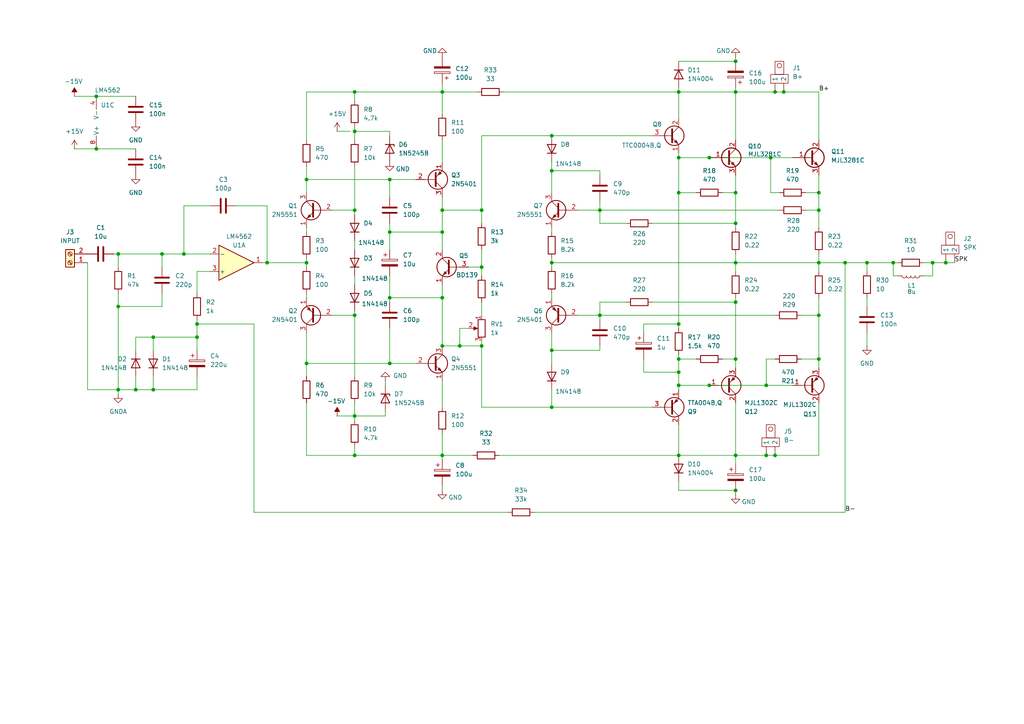
<source format=kicad_sch>
(kicad_sch (version 20250114) (generator "eeschema") (generator_version "9.0")
  (paper "A4")
  (lib_symbols
    (symbol "Amplifier_Operational:NE5532" (pin_names (offset 0.127))
      (property "Reference" "U" (at 0 5.08 0))
      (property "Value" "NE5532" (at 0 -5.08 0))
      (symbol "NE5532_1_1"
        (pin input line (at -7.62 2.54 0) (length 2.54) (name "+") (number "3"))
        (pin input line (at -7.62 -2.54 0) (length 2.54) (name "-") (number "2"))
        (pin output line (at 7.62 0 180) (length 2.54) (name "~") (number "1"))
      )
      (symbol "NE5532_2_1"
        (pin input line (at -7.62 2.54 0) (length 2.54) (name "+") (number "5"))
        (pin input line (at -7.62 -2.54 0) (length 2.54) (name "-") (number "6"))
        (pin output line (at 7.62 0 180) (length 2.54) (name "~") (number "7"))
      )
      (symbol "NE5532_3_1"
        (pin power_in line (at -2.54 7.62 270) (length 3.81) (name "V+") (number "8"))
        (pin power_in line (at -2.54 -7.62 90) (length 3.81) (name "V-") (number "4"))
      )
    )
    (symbol "Connector:Screw_Terminal_01x02" (pin_names (offset 1.016) (hide yes))
      (property "Reference" "J" (at 0 2.54 0))
      (property "Value" "Screw_Terminal_01x02" (at 0 -5.08 0))
      (symbol "Screw_Terminal_01x02_1_1"
        (pin passive line (at -5.08 0 0) (length 3.81) (name "Pin_1") (number "1"))
        (pin passive line (at -5.08 -2.54 0) (length 3.81) (name "Pin_2") (number "2"))
      )
    )
    (symbol "Custom:MJL1302C" (pin_names (hide yes))
      (property "Reference" "Q" (at 3.81 1.016 0))
      (property "Value" "MJL1302C" (at 7.874 -1.27 0))
      (property "Sim.Library" "C:\\proj\\classab-amp\\spice\\bjt.mod" (at 0 0 0))
      (property "Sim.Name" "MJL1302C" (at 0 0 0))
      (property "Sim.Device" "PNP" (at 0 0 0))
      (property "Sim.Type" "GUMMELPOON" (at 0 0 0))
      (property "Sim.Pins" "1=C 2=B 3=E" (at 0 0 0))
      (symbol "MJL1302C_1_1"
        (pin input line (at -6.35 0 0) (length 2.54) (name "B") (number "1"))
        (pin open_collector line (at 1.27 5.08 270) (length 2.54) (name "C") (number "2"))
        (pin open_emitter line (at 1.27 -5.08 90) (length 2.54) (name "E") (number "3"))
      )
    )
    (symbol "Custom:MJL3218C" (pin_names (hide yes))
      (property "Reference" "Q" (at 5.842 -2.286 0))
      (property "Value" "MJL3281C" (at 9.906 -4.318 0))
      (property "Sim.Library" "C:\\proj\\classab-amp\\spice\\bjt.mod" (at 0 0 0))
      (property "Sim.Name" "MJL3281C" (at 0 0 0))
      (property "Sim.Device" "NPN" (at 0 0 0))
      (property "Sim.Type" "GUMMELPOON" (at 0 0 0))
      (property "Sim.Pins" "1=C 2=B 3=E" (at 0 0 0))
      (symbol "MJL3218C_1_1"
        (pin passive line (at -5.08 -3.81 0) (length 5.08) (name "B") (number "1"))
        (pin passive line (at 2.54 1.27 270) (length 2.54) (name "C") (number "2"))
        (pin passive line (at 2.54 -8.89 90) (length 2.54) (name "E") (number "3"))
      )
    )
    (symbol "Custom:Spade_Connector" (pin_numbers (hide yes))
      (property "Reference" "J" (at 0 2.54 0))
      (symbol "Spade_Connector_1_1"
        (pin passive line (at -5.08 -1.27 0) (length 2.54) (name "1") (number "1"))
        (pin passive line (at -5.08 -3.81 0) (length 2.54) (name "2") (number "2"))
      )
    )
    (symbol "Device:C" (pin_numbers (hide yes)) (pin_names (offset 0.254))
      (property "Reference" "C" (at 0.635 2.54 0))
      (property "Value" "C" (at 0.635 -2.54 0))
      (symbol "C_1_1"
        (pin passive line (at 0 3.81 270) (length 2.794) (name "~") (number "1"))
        (pin passive line (at 0 -3.81 90) (length 2.794) (name "~") (number "2"))
      )
    )
    (symbol "Device:C_Polarized" (pin_numbers (hide yes)) (pin_names (offset 0.254))
      (property "Reference" "C" (at 0.635 2.54 0))
      (property "Value" "C_Polarized" (at 0.635 -2.54 0))
      (symbol "C_Polarized_1_1"
        (pin passive line (at 0 3.81 270) (length 2.794) (name "~") (number "1"))
        (pin passive line (at 0 -3.81 90) (length 2.794) (name "~") (number "2"))
      )
    )
    (symbol "Device:D_Zener" (pin_numbers (hide yes)) (pin_names (offset 1.016) (hide yes))
      (property "Reference" "D" (at 0 2.54 0))
      (property "Value" "D_Zener" (at 0 -2.54 0))
      (symbol "D_Zener_1_1"
        (pin passive line (at -3.81 0 0) (length 2.54) (name "K") (number "1"))
        (pin passive line (at 3.81 0 180) (length 2.54) (name "A") (number "2"))
      )
    )
    (symbol "Device:L" (pin_numbers (hide yes)) (pin_names (offset 1.016) (hide yes))
      (property "Reference" "L" (at -1.27 0 90))
      (property "Value" "L" (at 1.905 0 90))
      (symbol "L_1_1"
        (pin passive line (at 0 3.81 270) (length 1.27) (name "1") (number "1"))
        (pin passive line (at 0 -3.81 90) (length 1.27) (name "2") (number "2"))
      )
    )
    (symbol "Device:R" (pin_numbers (hide yes)) (pin_names (offset 0))
      (property "Reference" "R" (at 2.032 0 90))
      (property "Value" "R" (at 0 0 90))
      (symbol "R_1_1"
        (pin passive line (at 0 3.81 270) (length 1.27) (name "~") (number "1"))
        (pin passive line (at 0 -3.81 90) (length 1.27) (name "~") (number "2"))
      )
    )
    (symbol "Device:R_Potentiometer" (pin_names (offset 1.016) (hide yes))
      (property "Reference" "RV" (at -4.445 0 90))
      (property "Value" "R_Potentiometer" (at -2.54 0 90))
      (symbol "R_Potentiometer_1_1"
        (pin passive line (at 0 3.81 270) (length 1.27) (name "1") (number "1"))
        (pin passive line (at 0 -3.81 90) (length 1.27) (name "3") (number "3"))
        (pin passive line (at 3.81 0 180) (length 1.27) (name "2") (number "2"))
      )
    )
    (symbol "Diode:1N4004" (pin_numbers (hide yes)) (pin_names (hide yes))
      (property "Reference" "D" (at 0 2.54 0))
      (property "Value" "1N4004" (at 0 -2.54 0))
      (symbol "1N4004_1_1"
        (pin passive line (at -3.81 0 0) (length 2.54) (name "K") (number "1"))
        (pin passive line (at 3.81 0 180) (length 2.54) (name "A") (number "2"))
      )
    )
    (symbol "Diode:1N4148" (pin_numbers (hide yes)) (pin_names (hide yes))
      (property "Reference" "D" (at 0 2.54 0))
      (property "Value" "1N4148" (at 0 -2.54 0))
      (symbol "1N4148_1_1"
        (pin passive line (at -3.81 0 0) (length 2.54) (name "K") (number "1"))
        (pin passive line (at 3.81 0 180) (length 2.54) (name "A") (number "2"))
      )
    )
    (symbol "Transistor_BJT:2N3904" (pin_names (offset 0) (hide yes))
      (property "Reference" "Q" (at 5.08 1.905 0))
      (property "Value" "2N3904" (at 5.08 0 0))
      (symbol "2N3904_1_1"
        (pin input line (at -5.08 0 0) (length 2.54) (name "B") (number "2"))
        (pin passive line (at 2.54 5.08 270) (length 2.54) (name "C") (number "3"))
        (pin passive line (at 2.54 -5.08 90) (length 2.54) (name "E") (number "1"))
      )
    )
    (symbol "Transistor_BJT:2N3906" (pin_names (offset 0) (hide yes))
      (property "Reference" "Q" (at 5.08 1.905 0))
      (property "Value" "2N3906" (at 5.08 0 0))
      (symbol "2N3906_1_1"
        (pin input line (at -5.08 0 0) (length 2.54) (name "B") (number "2"))
        (pin passive line (at 2.54 5.08 270) (length 2.54) (name "C") (number "3"))
        (pin passive line (at 2.54 -5.08 90) (length 2.54) (name "E") (number "1"))
      )
    )
    (symbol "Transistor_BJT:BD139" (pin_names (offset 0) (hide yes))
      (property "Reference" "Q" (at 5.08 1.905 0))
      (property "Value" "BD139" (at 5.08 0 0))
      (symbol "BD139_1_1"
        (pin input line (at -5.08 0 0) (length 2.54) (name "B") (number "3"))
        (pin passive line (at 2.54 5.08 270) (length 2.54) (name "C") (number "2"))
        (pin passive line (at 2.54 -5.08 90) (length 2.54) (name "E") (number "1"))
      )
    )
    (symbol "Transistor_BJT:BD140" (pin_names (offset 0) (hide yes))
      (property "Reference" "Q" (at 5.08 1.905 0))
      (property "Value" "BD140" (at 5.08 0 0))
      (symbol "BD140_1_1"
        (pin input line (at -5.08 0 0) (length 2.54) (name "B") (number "3"))
        (pin passive line (at 2.54 5.08 270) (length 2.54) (name "C") (number "2"))
        (pin passive line (at 2.54 -5.08 90) (length 2.54) (name "E") (number "1"))
      )
    )
    (symbol "power:+15V" (power) (pin_numbers (hide yes)) (pin_names (offset 0) (hide yes))
      (property "Value" "+15V" (at 0 3.556 0))
      (symbol "+15V_1_1"
        (pin power_in line (at 0 0 90) (length 0) (name "~") (number "1"))
      )
    )
    (symbol "power:-15V" (power) (pin_numbers (hide yes)) (pin_names (offset 0) (hide yes))
      (property "Value" "-15V" (at 0 3.556 0))
      (symbol "-15V_0_0"
        (pin power_in line (at 0 0 90) (length 0) (name "~") (number "1"))
      )
    )
    (symbol "power:GND" (power) (pin_numbers (hide yes)) (pin_names (offset 0) (hide yes))
      (property "Value" "GND" (at 0 -3.81 0))
      (symbol "GND_1_1"
        (pin power_in line (at 0 0 270) (length 0) (name "~") (number "1"))
      )
    )
    (symbol "power:GNDA" (power) (pin_numbers (hide yes)) (pin_names (offset 0) (hide yes))
      (property "Value" "GNDA" (at 0 -3.81 0))
      (symbol "GNDA_1_1"
        (pin power_in line (at 0 0 270) (length 0) (name "~") (number "1"))
      )
    )
  )
  (junction (at 46.99 73.66))
  (junction (at 160.02 118.11))
  (junction (at 39.37 113.03))
  (junction (at 213.36 142.24))
  (junction (at 222.25 111.76))
  (junction (at 88.9 105.41))
  (junction (at 139.7 100.33))
  (junction (at 274.32 76.2))
  (junction (at 113.03 105.41))
  (junction (at 196.85 45.72))
  (junction (at 213.36 76.2))
  (junction (at 53.34 73.66))
  (junction (at 223.52 45.72))
  (junction (at 237.49 91.44))
  (junction (at 213.36 26.67))
  (junction (at 213.36 132.08))
  (junction (at 133.35 100.33))
  (junction (at 139.7 77.47))
  (junction (at 128.27 60.96))
  (junction (at 57.15 93.98))
  (junction (at 196.85 55.88))
  (junction (at 77.47 76.2))
  (junction (at 34.29 88.9))
  (junction (at 113.03 86.36))
  (junction (at 259.08 76.2))
  (junction (at 102.87 26.67))
  (junction (at 222.25 132.08))
  (junction (at 128.27 86.36))
  (junction (at 196.85 104.14))
  (junction (at 102.87 91.44))
  (junction (at 237.49 55.88))
  (junction (at 213.36 87.63))
  (junction (at 224.79 132.08))
  (junction (at 102.87 38.1))
  (junction (at 102.87 120.65))
  (junction (at 227.33 26.67))
  (junction (at 196.85 93.98))
  (junction (at 196.85 107.95))
  (junction (at 160.02 49.53))
  (junction (at 88.9 76.2))
  (junction (at 128.27 67.31))
  (junction (at 213.36 55.88))
  (junction (at 237.49 60.96))
  (junction (at 102.87 60.96))
  (junction (at 196.85 132.08))
  (junction (at 213.36 104.14))
  (junction (at 270.51 76.2))
  (junction (at 213.36 64.77))
  (junction (at 160.02 101.6))
  (junction (at 205.74 45.72))
  (junction (at 205.74 111.76))
  (junction (at 251.46 76.2))
  (junction (at 224.79 26.67))
  (junction (at 160.02 76.2))
  (junction (at 88.9 52.07))
  (junction (at 44.45 113.03))
  (junction (at 34.29 113.03))
  (junction (at 128.27 100.33))
  (junction (at 139.7 60.96))
  (junction (at 113.03 67.31))
  (junction (at 44.45 97.79))
  (junction (at 173.99 60.96))
  (junction (at 160.02 39.37))
  (junction (at 245.11 76.2))
  (junction (at 27.94 27.94))
  (junction (at 57.15 97.79))
  (junction (at 27.94 43.18))
  (junction (at 173.99 91.44))
  (junction (at 213.36 17.78))
  (junction (at 113.03 52.07))
  (junction (at 128.27 132.08))
  (junction (at 196.85 26.67))
  (junction (at 102.87 132.08))
  (junction (at 34.29 73.66))
  (junction (at 196.85 111.76))
  (junction (at 237.49 104.14))
  (junction (at 237.49 76.2))
  (junction (at 128.27 26.67))
  (wire (pts (xy 213.36 76.2) (xy 213.36 78.74)))
  (wire (pts (xy 34.29 88.9) (xy 34.29 113.03)))
  (wire (pts (xy 128.27 57.15) (xy 128.27 60.96)))
  (wire (pts (xy 251.46 86.36) (xy 251.46 88.9)))
  (wire (pts (xy 96.52 60.96) (xy 102.87 60.96)))
  (wire (pts (xy 237.49 55.88) (xy 233.68 55.88)))
  (wire (pts (xy 224.79 132.08) (xy 237.49 132.08)))
  (wire (pts (xy 146.05 26.67) (xy 196.85 26.67)))
  (wire (pts (xy 237.49 86.36) (xy 237.49 91.44)))
  (wire (pts (xy 196.85 139.7) (xy 196.85 142.24)))
  (wire (pts (xy 133.35 100.33) (xy 139.7 100.33)))
  (wire (pts (xy 88.9 40.64) (xy 88.9 26.67)))
  (wire (pts (xy 139.7 118.11) (xy 160.02 118.11)))
  (wire (pts (xy 196.85 111.76) (xy 205.74 111.76)))
  (wire (pts (xy 102.87 132.08) (xy 88.9 132.08)))
  (wire (pts (xy 102.87 26.67) (xy 128.27 26.67)))
  (wire (pts (xy 196.85 95.25) (xy 196.85 93.98)))
  (wire (pts (xy 160.02 74.93) (xy 160.02 76.2)))
  (wire (pts (xy 139.7 60.96) (xy 139.7 39.37)))
  (wire (pts (xy 88.9 105.41) (xy 113.03 105.41)))
  (wire (pts (xy 154.94 148.59) (xy 245.11 148.59)))
  (wire (pts (xy 128.27 86.36) (xy 128.27 100.33)))
  (wire (pts (xy 196.85 142.24) (xy 213.36 142.24)))
  (wire (pts (xy 267.97 76.2) (xy 270.51 76.2)))
  (wire (pts (xy 96.52 91.44) (xy 102.87 91.44)))
  (wire (pts (xy 139.7 77.47) (xy 139.7 80.01)))
  (wire (pts (xy 88.9 116.84) (xy 88.9 132.08)))
  (wire (pts (xy 128.27 125.73) (xy 128.27 132.08)))
  (wire (pts (xy 251.46 76.2) (xy 259.08 76.2)))
  (wire (pts (xy 57.15 93.98) (xy 57.15 97.79)))
  (wire (pts (xy 173.99 101.6) (xy 160.02 101.6)))
  (wire (pts (xy 135.89 95.25) (xy 133.35 95.25)))
  (wire (pts (xy 237.49 55.88) (xy 237.49 60.96)))
  (wire (pts (xy 167.64 60.96) (xy 173.99 60.96)))
  (wire (pts (xy 173.99 87.63) (xy 173.99 91.44)))
  (wire (pts (xy 88.9 74.93) (xy 88.9 76.2)))
  (wire (pts (xy 222.25 132.08) (xy 224.79 132.08)))
  (wire (pts (xy 237.49 73.66) (xy 237.49 76.2)))
  (wire (pts (xy 102.87 26.67) (xy 102.87 29.21)))
  (wire (pts (xy 196.85 55.88) (xy 196.85 93.98)))
  (wire (pts (xy 213.36 50.8) (xy 213.36 55.88)))
  (wire (pts (xy 213.36 143.51) (xy 213.36 142.24)))
  (wire (pts (xy 139.7 64.77) (xy 139.7 60.96)))
  (wire (pts (xy 46.99 85.09) (xy 46.99 88.9)))
  (wire (pts (xy 68.58 59.69) (xy 77.47 59.69)))
  (wire (pts (xy 186.69 104.14) (xy 186.69 107.95)))
  (wire (pts (xy 205.74 111.76) (xy 222.25 111.76)))
  (wire (pts (xy 223.52 45.72) (xy 229.87 45.72)))
  (wire (pts (xy 160.02 85.09) (xy 160.02 86.36)))
  (wire (pts (xy 60.96 78.74) (xy 57.15 78.74)))
  (wire (pts (xy 160.02 76.2) (xy 160.02 77.47)))
  (wire (pts (xy 144.78 132.08) (xy 196.85 132.08)))
  (wire (pts (xy 113.03 86.36) (xy 113.03 87.63)))
  (wire (pts (xy 173.99 60.96) (xy 226.06 60.96)))
  (wire (pts (xy 77.47 76.2) (xy 88.9 76.2)))
  (wire (pts (xy 173.99 64.77) (xy 181.61 64.77)))
  (wire (pts (xy 113.03 67.31) (xy 113.03 72.39)))
  (wire (pts (xy 196.85 17.78) (xy 213.36 17.78)))
  (wire (pts (xy 232.41 91.44) (xy 237.49 91.44)))
  (wire (pts (xy 113.03 64.77) (xy 113.03 67.31)))
  (wire (pts (xy 88.9 66.04) (xy 88.9 67.31)))
  (wire (pts (xy 102.87 36.83) (xy 102.87 38.1)))
  (wire (pts (xy 34.29 88.9) (xy 46.99 88.9)))
  (wire (pts (xy 77.47 59.69) (xy 77.47 76.2)))
  (wire (pts (xy 102.87 69.85) (xy 102.87 72.39)))
  (wire (pts (xy 209.55 55.88) (xy 213.36 55.88)))
  (wire (pts (xy 88.9 52.07) (xy 88.9 55.88)))
  (wire (pts (xy 196.85 55.88) (xy 201.93 55.88)))
  (wire (pts (xy 213.36 116.84) (xy 213.36 132.08)))
  (wire (pts (xy 25.4 113.03) (xy 34.29 113.03)))
  (wire (pts (xy 39.37 109.22) (xy 39.37 113.03)))
  (wire (pts (xy 128.27 140.97) (xy 128.27 142.24)))
  (wire (pts (xy 213.36 134.62) (xy 213.36 132.08)))
  (wire (pts (xy 189.23 87.63) (xy 213.36 87.63)))
  (wire (pts (xy 97.79 120.65) (xy 102.87 120.65)))
  (wire (pts (xy 113.03 86.36) (xy 128.27 86.36)))
  (wire (pts (xy 196.85 45.72) (xy 205.74 45.72)))
  (wire (pts (xy 27.94 43.18) (xy 39.37 43.18)))
  (wire (pts (xy 57.15 97.79) (xy 57.15 101.6)))
  (wire (pts (xy 88.9 105.41) (xy 88.9 109.22)))
  (wire (pts (xy 113.03 67.31) (xy 128.27 67.31)))
  (wire (pts (xy 139.7 100.33) (xy 139.7 118.11)))
  (wire (pts (xy 205.74 45.72) (xy 223.52 45.72)))
  (wire (pts (xy 160.02 46.99) (xy 160.02 49.53)))
  (wire (pts (xy 186.69 96.52) (xy 186.69 93.98)))
  (wire (pts (xy 245.11 148.59) (xy 245.11 76.2)))
  (wire (pts (xy 224.79 26.67) (xy 227.33 26.67)))
  (wire (pts (xy 88.9 85.09) (xy 88.9 86.36)))
  (wire (pts (xy 128.27 60.96) (xy 139.7 60.96)))
  (wire (pts (xy 160.02 49.53) (xy 160.02 55.88)))
  (wire (pts (xy 196.85 123.19) (xy 196.85 132.08)))
  (wire (pts (xy 102.87 38.1) (xy 113.03 38.1)))
  (wire (pts (xy 139.7 87.63) (xy 139.7 91.44)))
  (wire (pts (xy 73.66 148.59) (xy 147.32 148.59)))
  (wire (pts (xy 160.02 113.03) (xy 160.02 118.11)))
  (wire (pts (xy 245.11 76.2) (xy 251.46 76.2)))
  (wire (pts (xy 226.06 55.88) (xy 223.52 55.88)))
  (wire (pts (xy 88.9 52.07) (xy 113.03 52.07)))
  (wire (pts (xy 237.49 104.14) (xy 237.49 106.68)))
  (wire (pts (xy 102.87 116.84) (xy 102.87 120.65)))
  (wire (pts (xy 224.79 104.14) (xy 222.25 104.14)))
  (wire (pts (xy 39.37 113.03) (xy 44.45 113.03)))
  (wire (pts (xy 237.49 91.44) (xy 237.49 104.14)))
  (wire (pts (xy 213.36 132.08) (xy 222.25 132.08)))
  (wire (pts (xy 57.15 93.98) (xy 73.66 93.98)))
  (wire (pts (xy 128.27 26.67) (xy 128.27 33.02)))
  (wire (pts (xy 128.27 132.08) (xy 128.27 133.35)))
  (wire (pts (xy 213.36 55.88) (xy 213.36 64.77)))
  (wire (pts (xy 160.02 39.37) (xy 189.23 39.37)))
  (wire (pts (xy 53.34 59.69) (xy 53.34 73.66)))
  (wire (pts (xy 196.85 26.67) (xy 213.36 26.67)))
  (wire (pts (xy 213.36 26.67) (xy 213.36 40.64)))
  (wire (pts (xy 173.99 91.44) (xy 167.64 91.44)))
  (wire (pts (xy 60.96 73.66) (xy 53.34 73.66)))
  (wire (pts (xy 173.99 100.33) (xy 173.99 101.6)))
  (wire (pts (xy 113.03 52.07) (xy 113.03 57.15)))
  (wire (pts (xy 213.36 87.63) (xy 213.36 104.14)))
  (wire (pts (xy 102.87 132.08) (xy 128.27 132.08)))
  (wire (pts (xy 102.87 90.17) (xy 102.87 91.44)))
  (wire (pts (xy 224.79 91.44) (xy 173.99 91.44)))
  (wire (pts (xy 196.85 26.67) (xy 196.85 34.29)))
  (wire (pts (xy 34.29 73.66) (xy 46.99 73.66)))
  (wire (pts (xy 44.45 109.22) (xy 44.45 113.03)))
  (wire (pts (xy 46.99 73.66) (xy 46.99 77.47)))
  (wire (pts (xy 113.03 52.07) (xy 120.65 52.07)))
  (wire (pts (xy 44.45 113.03) (xy 57.15 113.03)))
  (wire (pts (xy 57.15 78.74) (xy 57.15 85.09)))
  (wire (pts (xy 213.36 76.2) (xy 237.49 76.2)))
  (wire (pts (xy 237.49 50.8) (xy 237.49 55.88)))
  (wire (pts (xy 237.49 76.2) (xy 237.49 78.74)))
  (wire (pts (xy 135.89 77.47) (xy 139.7 77.47)))
  (wire (pts (xy 25.4 76.2) (xy 25.4 113.03)))
  (wire (pts (xy 223.52 45.72) (xy 223.52 55.88)))
  (wire (pts (xy 160.02 118.11) (xy 189.23 118.11)))
  (wire (pts (xy 111.76 120.65) (xy 111.76 119.38)))
  (wire (pts (xy 222.25 111.76) (xy 229.87 111.76)))
  (wire (pts (xy 213.36 73.66) (xy 213.36 76.2)))
  (wire (pts (xy 102.87 80.01) (xy 102.87 82.55)))
  (wire (pts (xy 259.08 76.2) (xy 260.35 76.2)))
  (wire (pts (xy 196.85 104.14) (xy 196.85 107.95)))
  (wire (pts (xy 139.7 72.39) (xy 139.7 77.47)))
  (wire (pts (xy 73.66 93.98) (xy 73.66 148.59)))
  (wire (pts (xy 128.27 26.67) (xy 138.43 26.67)))
  (wire (pts (xy 39.37 101.6) (xy 39.37 97.79)))
  (wire (pts (xy 232.41 104.14) (xy 237.49 104.14)))
  (wire (pts (xy 237.49 60.96) (xy 237.49 66.04)))
  (wire (pts (xy 44.45 97.79) (xy 44.45 101.6)))
  (wire (pts (xy 173.99 92.71) (xy 173.99 91.44)))
  (wire (pts (xy 196.85 132.08) (xy 213.36 132.08)))
  (wire (pts (xy 21.59 27.94) (xy 27.94 27.94)))
  (wire (pts (xy 53.34 59.69) (xy 60.96 59.69)))
  (wire (pts (xy 270.51 76.2) (xy 270.51 80.01)))
  (wire (pts (xy 102.87 60.96) (xy 102.87 62.23)))
  (wire (pts (xy 196.85 25.4) (xy 196.85 26.67)))
  (wire (pts (xy 274.32 76.2) (xy 276.86 76.2)))
  (wire (pts (xy 173.99 58.42) (xy 173.99 60.96)))
  (wire (pts (xy 196.85 45.72) (xy 196.85 44.45)))
  (wire (pts (xy 34.29 113.03) (xy 39.37 113.03)))
  (wire (pts (xy 39.37 97.79) (xy 44.45 97.79)))
  (wire (pts (xy 113.03 80.01) (xy 113.03 86.36)))
  (wire (pts (xy 186.69 93.98) (xy 196.85 93.98)))
  (wire (pts (xy 128.27 67.31) (xy 128.27 72.39)))
  (wire (pts (xy 213.36 25.4) (xy 213.36 26.67)))
  (wire (pts (xy 270.51 80.01) (xy 267.97 80.01)))
  (wire (pts (xy 128.27 24.13) (xy 128.27 26.67)))
  (wire (pts (xy 189.23 64.77) (xy 213.36 64.77)))
  (wire (pts (xy 88.9 76.2) (xy 88.9 77.47)))
  (wire (pts (xy 196.85 55.88) (xy 196.85 45.72)))
  (wire (pts (xy 88.9 96.52) (xy 88.9 105.41)))
  (wire (pts (xy 196.85 107.95) (xy 196.85 111.76)))
  (wire (pts (xy 160.02 66.04) (xy 160.02 67.31)))
  (wire (pts (xy 213.36 26.67) (xy 224.79 26.67)))
  (wire (pts (xy 97.79 38.1) (xy 101.6 38.1)))
  (wire (pts (xy 139.7 39.37) (xy 160.02 39.37)))
  (wire (pts (xy 102.87 48.26) (xy 102.87 60.96)))
  (wire (pts (xy 46.99 73.66) (xy 53.34 73.66)))
  (wire (pts (xy 173.99 60.96) (xy 173.99 64.77)))
  (wire (pts (xy 34.29 73.66) (xy 34.29 77.47)))
  (wire (pts (xy 88.9 26.67) (xy 102.87 26.67)))
  (wire (pts (xy 44.45 97.79) (xy 57.15 97.79)))
  (wire (pts (xy 196.85 102.87) (xy 196.85 104.14)))
  (wire (pts (xy 233.68 60.96) (xy 237.49 60.96)))
  (wire (pts (xy 33.02 73.66) (xy 34.29 73.66)))
  (wire (pts (xy 102.87 120.65) (xy 111.76 120.65)))
  (wire (pts (xy 160.02 101.6) (xy 160.02 105.41)))
  (wire (pts (xy 128.27 100.33) (xy 133.35 100.33)))
  (wire (pts (xy 102.87 38.1) (xy 102.87 40.64)))
  (wire (pts (xy 21.59 43.18) (xy 27.94 43.18)))
  (wire (pts (xy 102.87 129.54) (xy 102.87 132.08)))
  (wire (pts (xy 196.85 111.76) (xy 196.85 113.03)))
  (wire (pts (xy 260.35 80.01) (xy 259.08 80.01)))
  (wire (pts (xy 237.49 26.67) (xy 237.49 40.64)))
  (wire (pts (xy 77.47 76.2) (xy 76.2 76.2)))
  (wire (pts (xy 213.36 16.51) (xy 213.36 17.78)))
  (wire (pts (xy 160.02 96.52) (xy 160.02 101.6)))
  (wire (pts (xy 128.27 132.08) (xy 137.16 132.08)))
  (wire (pts (xy 128.27 82.55) (xy 128.27 86.36)))
  (wire (pts (xy 133.35 95.25) (xy 133.35 100.33)))
  (wire (pts (xy 259.08 76.2) (xy 259.08 80.01)))
  (wire (pts (xy 113.03 38.1) (xy 113.03 39.37)))
  (wire (pts (xy 128.27 60.96) (xy 128.27 67.31)))
  (wire (pts (xy 128.27 40.64) (xy 128.27 46.99)))
  (wire (pts (xy 57.15 109.22) (xy 57.15 113.03)))
  (wire (pts (xy 227.33 26.67) (xy 237.49 26.67)))
  (wire (pts (xy 34.29 85.09) (xy 34.29 88.9)))
  (wire (pts (xy 186.69 107.95) (xy 196.85 107.95)))
  (wire (pts (xy 113.03 95.25) (xy 113.03 105.41)))
  (wire (pts (xy 222.25 104.14) (xy 222.25 111.76)))
  (wire (pts (xy 173.99 87.63) (xy 181.61 87.63)))
  (wire (pts (xy 113.03 105.41) (xy 120.65 105.41)))
  (wire (pts (xy 209.55 104.14) (xy 213.36 104.14)))
  (wire (pts (xy 102.87 120.65) (xy 102.87 121.92)))
  (wire (pts (xy 27.94 27.94) (xy 39.37 27.94)))
  (wire (pts (xy 237.49 116.84) (xy 237.49 132.08)))
  (wire (pts (xy 196.85 104.14) (xy 201.93 104.14)))
  (wire (pts (xy 213.36 86.36) (xy 213.36 87.63)))
  (wire (pts (xy 139.7 99.06) (xy 139.7 100.33)))
  (wire (pts (xy 173.99 50.8) (xy 173.99 49.53)))
  (wire (pts (xy 251.46 96.52) (xy 251.46 100.33)))
  (wire (pts (xy 34.29 113.03) (xy 34.29 114.3)))
  (wire (pts (xy 213.36 66.04) (xy 213.36 64.77)))
  (wire (pts (xy 128.27 110.49) (xy 128.27 118.11)))
  (wire (pts (xy 251.46 76.2) (xy 251.46 78.74)))
  (wire (pts (xy 111.76 110.49) (xy 111.76 111.76)))
  (wire (pts (xy 173.99 49.53) (xy 160.02 49.53)))
  (wire (pts (xy 57.15 92.71) (xy 57.15 93.98)))
  (wire (pts (xy 88.9 48.26) (xy 88.9 52.07)))
  (wire (pts (xy 102.87 91.44) (xy 102.87 109.22)))
  (wire (pts (xy 270.51 76.2) (xy 274.32 76.2)))
  (wire (pts (xy 237.49 76.2) (xy 245.11 76.2)))
  (wire (pts (xy 160.02 76.2) (xy 213.36 76.2)))
  (wire (pts (xy 213.36 104.14) (xy 213.36 106.68)))
  (label "B-" (at 245.11 148.59 0))
  (label "B+" (at 237.49 26.67 0))
  (label "SPK" (at 276.86 76.2 0))
  (symbol (lib_id "Device:C") (at 251.46 92.71 180) (unit 1)
    (property "Reference" "C13" (at 255.27 91.4399 0) (effects (justify right)))
    (property "Value" "100n" (at 255.27 93.9799 0) (effects (justify right)))
    (property "Description" "Unpolarized capacitor" (effects (hide yes)))
  )
  (symbol (lib_id "power:+15V") (at 97.79 38.1 0) (unit 1)
    (property "Reference" "#PWR08" (effects (hide yes)))
    (property "Value" "+15V" (at 97.79 33.02 0))
    (property "Description" "Power symbol creates a global label with name \"+15V\"" (effects (hide yes)))
  )
  (symbol (lib_id "power:GND") (at 213.36 143.51 0) (unit 1)
    (property "Reference" "#PWR015" (effects (hide yes)))
    (property "Value" "GND" (at 217.17 145.542 0))
    (property "Description" "Power symbol creates a global label with name \"GND\" , ground" (effects (hide yes)))
  )
  (symbol (lib_id "Transistor_BJT:2N3906") (at 91.44 91.44 180) (unit 1)
    (property "Reference" "Q2" (at 86.36 90.1699 0) (effects (justify left)))
    (property "Value" "2N5401" (at 86.36 92.7099 0) (effects (justify left)))
    (property "Footprint" "Package_TO_SOT_THT:TO-92_Inline" (effects (hide yes)))
    (property "Datasheet" "https://www.onsemi.com/pub/Collateral/2N3906-D.PDF" (effects (hide yes)))
    (property "Description" "-0.2A Ic, -40V Vce, Small Signal PNP Transistor, TO-92" (effects (hide yes)))
  )
  (symbol (lib_id "Device:C") (at 173.99 96.52 180) (unit 1)
    (property "Reference" "C10" (at 177.8 95.2499 0) (effects (justify right)))
    (property "Value" "470p" (at 177.8 97.7899 0) (effects (justify right)))
    (property "Description" "Unpolarized capacitor" (effects (hide yes)))
  )
  (symbol (lib_id "Device:R") (at 88.9 81.28 0) (unit 1)
    (property "Reference" "R4" (at 91.44 80.0099 0) (effects (justify left)))
    (property "Value" "100" (at 91.44 82.5499 0) (effects (justify left)))
    (property "Description" "Resistor" (effects (hide yes)))
  )
  (symbol (lib_id "Diode:1N4148") (at 160.02 109.22 90) (unit 1)
    (property "Reference" "D9" (at 162.56 107.9499 90) (effects (justify right)))
    (property "Value" "1N4148" (at 161.036 113.538 90) (effects (justify right)))
    (property "Footprint" "Diode_THT:D_DO-35_SOD27_P7.62mm_Horizontal" (effects (hide yes)))
    (property "Datasheet" "https://assets.nexperia.com/documents/data-sheet/1N4148_1N4448.pdf" (effects (hide yes)))
    (property "Description" "100V 0.15A standard switching diode, DO-35" (effects (hide yes)))
    (property "Sim.Device" "D" (effects (hide yes)))
    (property "Sim.Pins" "1=K 2=A" (effects (hide yes)))
  )
  (symbol (lib_id "Device:R") (at 88.9 44.45 0) (unit 1)
    (property "Reference" "R5" (at 91.44 43.1799 0) (effects (justify left)))
    (property "Value" "470" (at 91.44 45.7199 0) (effects (justify left)))
    (property "Description" "Resistor" (effects (hide yes)))
  )
  (symbol (lib_id "Diode:1N4148") (at 44.45 105.41 90) (unit 1)
    (property "Reference" "D1" (at 46.99 104.1399 90) (effects (justify right)))
    (property "Value" "1N4148" (at 46.99 106.6799 90) (effects (justify right)))
    (property "Footprint" "Diode_THT:D_DO-35_SOD27_P7.62mm_Horizontal" (effects (hide yes)))
    (property "Datasheet" "https://assets.nexperia.com/documents/data-sheet/1N4148_1N4448.pdf" (effects (hide yes)))
    (property "Description" "100V 0.15A standard switching diode, DO-35" (effects (hide yes)))
    (property "Sim.Device" "D" (effects (hide yes)))
    (property "Sim.Pins" "1=K 2=A" (effects (hide yes)))
  )
  (symbol (lib_id "Device:C") (at 39.37 46.99 180) (unit 1)
    (property "Reference" "C14" (at 43.18 45.7199 0) (effects (justify right)))
    (property "Value" "100n" (at 43.18 48.2599 0) (effects (justify right)))
    (property "Description" "Unpolarized capacitor" (effects (hide yes)))
  )
  (symbol (lib_id "power:-15V") (at 21.59 27.94 0) (unit 1)
    (property "Reference" "#PWR010" (effects (hide yes)))
    (property "Value" "-15V" (at 21.336 23.622 0))
    (property "Description" "Power symbol creates a global label with name \"-15V\"" (effects (hide yes)))
  )
  (symbol (lib_id "Diode:1N4148") (at 102.87 76.2 90) (unit 1)
    (property "Reference" "D3" (at 105.41 74.9299 90) (effects (justify right)))
    (property "Value" "1N4148" (at 104.902 80.772 90) (effects (justify right)))
    (property "Footprint" "Diode_THT:D_DO-35_SOD27_P7.62mm_Horizontal" (effects (hide yes)))
    (property "Datasheet" "https://assets.nexperia.com/documents/data-sheet/1N4148_1N4448.pdf" (effects (hide yes)))
    (property "Description" "100V 0.15A standard switching diode, DO-35" (effects (hide yes)))
    (property "Sim.Device" "D" (effects (hide yes)))
    (property "Sim.Pins" "1=K 2=A" (effects (hide yes)))
  )
  (symbol (lib_id "Device:R") (at 196.85 99.06 0) (unit 1)
    (property "Reference" "R17" (at 199.39 97.7899 0) (effects (justify left)))
    (property "Value" "1.5k" (at 199.39 100.3299 0) (effects (justify left)))
    (property "Description" "Resistor" (effects (hide yes)))
  )
  (symbol (lib_id "power:-15V") (at 97.79 120.65 0) (unit 1)
    (property "Reference" "#PWR07" (effects (hide yes)))
    (property "Value" "-15V" (at 97.536 116.332 0))
    (property "Description" "Power symbol creates a global label with name \"-15V\"" (effects (hide yes)))
  )
  (symbol (lib_id "Device:C") (at 39.37 31.75 180) (unit 1)
    (property "Reference" "C15" (at 43.18 30.4799 0) (effects (justify right)))
    (property "Value" "100n" (at 43.18 33.0199 0) (effects (justify right)))
    (property "Description" "Unpolarized capacitor" (effects (hide yes)))
  )
  (symbol (lib_id "Device:C") (at 173.99 54.61 180) (unit 1)
    (property "Reference" "C9" (at 177.8 53.3399 0) (effects (justify right)))
    (property "Value" "470p" (at 177.8 55.8799 0) (effects (justify right)))
    (property "Description" "Unpolarized capacitor" (effects (hide yes)))
  )
  (symbol (lib_id "Device:R") (at 264.16 76.2 270) (unit 1)
    (property "Reference" "R31" (at 264.16 69.85 90))
    (property "Value" "10" (at 264.16 72.39 90))
    (property "Description" "Resistor" (effects (hide yes)))
  )
  (symbol (lib_id "Device:R") (at 251.46 82.55 180) (unit 1)
    (property "Reference" "R30" (at 254 81.2799 0) (effects (justify right)))
    (property "Value" "10" (at 254 83.8199 0) (effects (justify right)))
    (property "Description" "Resistor" (effects (hide yes)))
  )
  (symbol (lib_id "Device:R") (at 88.9 71.12 0) (unit 1)
    (property "Reference" "R3" (at 91.44 69.8499 0) (effects (justify left)))
    (property "Value" "100" (at 91.44 72.3899 0) (effects (justify left)))
    (property "Description" "Resistor" (effects (hide yes)))
  )
  (symbol (lib_id "Device:C") (at 46.99 81.28 0) (unit 1)
    (property "Reference" "C2" (at 50.8 80.0099 0) (effects (justify left)))
    (property "Value" "220p" (at 50.8 82.5499 0) (effects (justify left)))
    (property "Description" "Unpolarized capacitor" (effects (hide yes)))
  )
  (symbol (lib_id "Device:R") (at 102.87 125.73 0) (unit 1)
    (property "Reference" "R10" (at 105.41 124.4599 0) (effects (justify left)))
    (property "Value" "4.7k" (at 105.41 126.9999 0) (effects (justify left)))
    (property "Description" "Resistor" (effects (hide yes)))
  )
  (symbol (lib_id "Device:R") (at 160.02 81.28 0) (unit 1)
    (property "Reference" "R16" (at 162.56 80.0099 0) (effects (justify left)))
    (property "Value" "8.2k" (at 162.56 82.5499 0) (effects (justify left)))
    (property "Description" "Resistor" (effects (hide yes)))
  )
  (symbol (lib_id "Device:C") (at 64.77 59.69 90) (unit 1)
    (property "Reference" "C3" (at 64.77 52.07 90))
    (property "Value" "100p" (at 64.77 54.61 90))
    (property "Description" "Unpolarized capacitor" (effects (hide yes)))
  )
  (symbol (lib_id "Amplifier_Operational:NE5532") (at 30.48 35.56 0) (mirror x) (unit 3)
    (property "Reference" "U1" (at 31.242 30.48 0))
    (property "Value" "LM4562" (at 31.242 26.162 0))
    (property "Datasheet" "http://www.ti.com/lit/ds/symlink/ne5532.pdf" (effects (hide yes)))
    (property "Description" "Dual Low-Noise Operational Amplifiers, DIP-8/SOIC-8" (effects (hide yes)))
  )
  (symbol (lib_id "Diode:1N4004") (at 196.85 21.59 270) (unit 1)
    (property "Reference" "D11" (at 199.39 20.3199 90) (effects (justify left)))
    (property "Value" "1N4004" (at 199.39 22.8599 90) (effects (justify left)))
    (property "Footprint" "Diode_THT:D_DO-41_SOD81_P10.16mm_Horizontal" (effects (hide yes)))
    (property "Datasheet" "http://www.vishay.com/docs/88503/1n4001.pdf" (effects (hide yes)))
    (property "Description" "400V 1A General Purpose Rectifier Diode, DO-41" (effects (hide yes)))
    (property "Sim.Device" "D" (effects (hide yes)))
    (property "Sim.Pins" "1=K 2=A" (effects (hide yes)))
  )
  (symbol (lib_id "Device:R") (at 185.42 64.77 270) (unit 1)
    (property "Reference" "R26" (at 185.42 67.818 90))
    (property "Value" "220" (at 185.42 70.358 90))
    (property "Description" "Resistor" (effects (hide yes)))
  )
  (symbol (lib_id "Device:C_Polarized") (at 113.03 76.2 0) (unit 1)
    (property "Reference" "C7" (at 116.84 74.0409 0) (effects (justify left)))
    (property "Value" "10u" (at 116.84 76.5809 0) (effects (justify left)))
    (property "Description" "Polarized capacitor" (effects (hide yes)))
  )
  (symbol (lib_id "Device:R") (at 205.74 55.88 90) (unit 1)
    (property "Reference" "R18" (at 205.74 49.53 90))
    (property "Value" "470" (at 205.74 52.07 90))
    (property "Description" "Resistor" (effects (hide yes)))
  )
  (symbol (lib_id "power:GND") (at 39.37 50.8 0) (unit 1)
    (property "Reference" "#PWR012" (effects (hide yes)))
    (property "Value" "GND" (at 39.37 55.88 0))
    (property "Description" "Power symbol creates a global label with name \"GND\" , ground" (effects (hide yes)))
  )
  (symbol (lib_id "power:GND") (at 128.27 142.24 0) (unit 1)
    (property "Reference" "#PWR04" (effects (hide yes)))
    (property "Value" "GND" (at 132.08 144.272 0))
    (property "Description" "Power symbol creates a global label with name \"GND\" , ground" (effects (hide yes)))
  )
  (symbol (lib_id "Device:R") (at 151.13 148.59 90) (unit 1)
    (property "Reference" "R34" (at 151.13 142.24 90))
    (property "Value" "33k" (at 151.13 144.78 90))
    (property "Description" "Resistor" (effects (hide yes)))
  )
  (symbol (lib_id "Device:C_Polarized") (at 128.27 20.32 180) (unit 1)
    (property "Reference" "C12" (at 132.08 19.9389 0) (effects (justify right)))
    (property "Value" "100u" (at 132.08 22.4789 0) (effects (justify right)))
    (property "Description" "Polarized capacitor" (effects (hide yes)))
  )
  (symbol (lib_id "Diode:1N4148") (at 102.87 66.04 90) (unit 1)
    (property "Reference" "D4" (at 105.41 64.7699 90) (effects (justify right)))
    (property "Value" "1N4148" (at 103.886 70.358 90) (effects (justify right)))
    (property "Footprint" "Diode_THT:D_DO-35_SOD27_P7.62mm_Horizontal" (effects (hide yes)))
    (property "Datasheet" "https://assets.nexperia.com/documents/data-sheet/1N4148_1N4448.pdf" (effects (hide yes)))
    (property "Description" "100V 0.15A standard switching diode, DO-35" (effects (hide yes)))
    (property "Sim.Device" "D" (effects (hide yes)))
    (property "Sim.Pins" "1=K 2=A" (effects (hide yes)))
  )
  (symbol (lib_id "Transistor_BJT:BD139") (at 194.31 39.37 0) (unit 1)
    (property "Reference" "Q8" (at 189.23 36.068 0) (effects (justify left)))
    (property "Value" "TTC0004B,Q" (at 180.34 42.164 0) (effects (justify left)))
    (property "Footprint" "Package_TO_SOT_THT:TO-126-3_Vertical" (effects (hide yes)))
    (property "Datasheet" "http://www.st.com/internet/com/TECHNICAL_RESOURCES/TECHNICAL_LITERATURE/DATASHEET/CD00001225.pdf" (effects (hide yes)))
    (property "Description" "1.5A Ic, 80V Vce, Low Voltage Transistor, TO-126" (effects (hide yes)))
  )
  (symbol (lib_id "Transistor_BJT:2N3906") (at 125.73 52.07 0) (mirror x) (unit 1)
    (property "Reference" "Q3" (at 130.81 50.7999 0) (effects (justify left)))
    (property "Value" "2N5401" (at 130.81 53.3399 0) (effects (justify left)))
    (property "Footprint" "Package_TO_SOT_THT:TO-92_Inline" (effects (hide yes)))
    (property "Datasheet" "https://www.onsemi.com/pub/Collateral/2N3906-D.PDF" (effects (hide yes)))
    (property "Description" "-0.2A Ic, -40V Vce, Small Signal PNP Transistor, TO-92" (effects (hide yes)))
  )
  (symbol (lib_id "Device:C") (at 113.03 60.96 180) (unit 1)
    (property "Reference" "C5" (at 116.84 59.6899 0) (effects (justify right)))
    (property "Value" "100p" (at 116.84 62.2299 0) (effects (justify right)))
    (property "Description" "Unpolarized capacitor" (effects (hide yes)))
  )
  (symbol (lib_id "Transistor_BJT:2N3904") (at 125.73 105.41 0) (unit 1)
    (property "Reference" "Q4" (at 130.81 104.1399 0) (effects (justify left)))
    (property "Value" "2N5551" (at 130.81 106.6799 0) (effects (justify left)))
    (property "Footprint" "Package_TO_SOT_THT:TO-92_Inline" (effects (hide yes)))
    (property "Datasheet" "https://www.onsemi.com/pub/Collateral/2N3903-D.PDF" (effects (hide yes)))
    (property "Description" "0.2A Ic, 40V Vce, Small Signal NPN Transistor, TO-92" (effects (hide yes)))
  )
  (symbol (lib_id "Device:C") (at 29.21 73.66 90) (unit 1)
    (property "Reference" "C1" (at 29.21 66.04 90))
    (property "Value" "10u" (at 29.21 68.58 90))
    (property "Description" "Unpolarized capacitor" (effects (hide yes)))
  )
  (symbol (lib_id "Device:D_Zener") (at 113.03 43.18 270) (unit 1)
    (property "Reference" "D6" (at 115.57 41.9099 90) (effects (justify left)))
    (property "Value" "1N5245B" (at 115.57 44.4499 90) (effects (justify left)))
    (property "Description" "Zener diode" (effects (hide yes)))
  )
  (symbol (lib_id "Device:R") (at 237.49 82.55 180) (unit 1)
    (property "Reference" "R25" (at 240.03 81.2799 0) (effects (justify right)))
    (property "Value" "0.22" (at 240.03 83.8199 0) (effects (justify right)))
    (property "Description" "Resistor" (effects (hide yes)))
  )
  (symbol (lib_id "Connector:Screw_Terminal_01x02") (at 20.32 76.2 180) (unit 1)
    (property "Reference" "J3" (at 20.32 67.31 0))
    (property "Value" "INPUT" (at 20.32 69.85 0))
    (property "Footprint" "TerminalBlock_4Ucon:TerminalBlock_4Ucon_1x02_P3.50mm_Horizontal" (effects (hide yes)))
  )
  (symbol (lib_id "Device:C_Polarized") (at 213.36 21.59 180) (unit 1)
    (property "Reference" "C16" (at 217.17 21.2089 0) (effects (justify right)))
    (property "Value" "100u" (at 217.17 23.7489 0) (effects (justify right)))
    (property "Description" "Polarized capacitor" (effects (hide yes)))
  )
  (symbol (lib_id "Device:R") (at 228.6 91.44 270) (mirror x) (unit 1)
    (property "Reference" "R29" (at 228.854 88.392 90))
    (property "Value" "220" (at 228.854 85.852 90))
    (property "Description" "Resistor" (effects (hide yes)))
  )
  (symbol (lib_id "power:GND") (at 39.37 35.56 0) (unit 1)
    (property "Reference" "#PWR011" (effects (hide yes)))
    (property "Value" "GND" (at 39.37 40.64 0))
    (property "Description" "Power symbol creates a global label with name \"GND\" , ground" (effects (hide yes)))
  )
  (symbol (lib_id "Device:R") (at 185.42 87.63 270) (unit 1)
    (property "Reference" "R27" (at 185.42 81.28 90))
    (property "Value" "220" (at 185.42 83.82 90))
    (property "Description" "Resistor" (effects (hide yes)))
  )
  (symbol (lib_id "Device:R") (at 88.9 113.03 0) (unit 1)
    (property "Reference" "R6" (at 91.44 111.7599 0) (effects (justify left)))
    (property "Value" "470" (at 91.44 114.2999 0) (effects (justify left)))
    (property "Description" "Resistor" (effects (hide yes)))
  )
  (symbol (lib_id "Device:R") (at 229.87 60.96 270) (unit 1)
    (property "Reference" "R28" (at 230.124 64.008 90))
    (property "Value" "220" (at 230.124 66.548 90))
    (property "Description" "Resistor" (effects (hide yes)))
  )
  (symbol (lib_id "power:GND") (at 128.27 16.51 180) (unit 1)
    (property "Reference" "#PWR05" (effects (hide yes)))
    (property "Value" "GND" (at 124.714 14.732 0))
    (property "Description" "Power symbol creates a global label with name \"GND\" , ground" (effects (hide yes)))
  )
  (symbol (lib_id "Device:R") (at 57.15 88.9 0) (unit 1)
    (property "Reference" "R2" (at 59.69 87.6299 0) (effects (justify left)))
    (property "Value" "1k" (at 59.69 90.1699 0) (effects (justify left)))
    (property "Description" "Resistor" (effects (hide yes)))
  )
  (symbol (lib_id "Amplifier_Operational:NE5532") (at 68.58 76.2 0) (mirror x) (unit 1)
    (property "Reference" "U1" (at 69.342 71.12 0))
    (property "Value" "LM4562" (at 69.342 68.58 0))
    (property "Datasheet" "http://www.ti.com/lit/ds/symlink/ne5532.pdf" (effects (hide yes)))
    (property "Description" "Dual Low-Noise Operational Amplifiers, DIP-8/SOIC-8" (effects (hide yes)))
  )
  (symbol (lib_id "Device:R_Potentiometer") (at 139.7 95.25 0) (mirror y) (unit 1)
    (property "Reference" "RV1" (at 142.24 93.9799 0) (effects (justify right)))
    (property "Value" "1k" (at 142.24 96.5199 0) (effects (justify right)))
    (property "Description" "Potentiometer" (effects (hide yes)))
  )
  (symbol (lib_id "Device:R") (at 140.97 132.08 90) (unit 1)
    (property "Reference" "R32" (at 140.97 125.73 90))
    (property "Value" "33" (at 140.97 128.27 90))
    (property "Description" "Resistor" (effects (hide yes)))
  )
  (symbol (lib_id "Device:R") (at 139.7 83.82 0) (unit 1)
    (property "Reference" "R14" (at 142.24 82.5499 0) (effects (justify left)))
    (property "Value" "1k" (at 142.24 85.0899 0) (effects (justify left)))
    (property "Description" "Resistor" (effects (hide yes)))
  )
  (symbol (lib_id "Custom:Spade_Connector") (at 220.98 127 90) (unit 1)
    (property "Reference" "J5" (at 227.33 125.0949 90) (effects (justify right)))
    (property "Value" "B-" (at 227.33 127.6349 90) (effects (justify right)))
    (property "Footprint" "footprints:Spade Connector" (effects (hide yes)))
  )
  (symbol (lib_id "Device:D_Zener") (at 111.76 115.57 270) (unit 1)
    (property "Reference" "D7" (at 114.3 114.2999 90) (effects (justify left)))
    (property "Value" "1N5245B" (at 114.3 116.8399 90) (effects (justify left)))
    (property "Description" "Zener diode" (effects (hide yes)))
  )
  (symbol (lib_id "Device:R") (at 102.87 44.45 0) (unit 1)
    (property "Reference" "R7" (at 105.41 43.1799 0) (effects (justify left)))
    (property "Value" "10k" (at 105.41 45.7199 0) (effects (justify left)))
    (property "Description" "Resistor" (effects (hide yes)))
  )
  (symbol (lib_id "Device:L") (at 264.16 80.01 90) (mirror x) (unit 1)
    (property "Reference" "L1" (at 264.414 82.804 90))
    (property "Value" "8u" (at 264.414 84.582 90))
    (property "Description" "Inductor" (effects (hide yes)))
  )
  (symbol (lib_id "Custom:MJL1302C") (at 236.22 111.76 0) (mirror x) (unit 1)
    (property "Reference" "Q13" (at 232.918 120.142 0) (effects (justify left)))
    (property "Value" "MJL1302C" (at 227.076 117.348 0) (effects (justify left)))
    (property "Footprint" "Package_TO_SOT_THT:TO-264-3_Vertical" (effects (hide yes)))
    (property "Sim.Library" "C:\\proj\\classab-amp\\spice\\bjt.mod" (effects (hide yes)))
    (property "Sim.Name" "MJL1302C" (effects (hide yes)))
    (property "Sim.Device" "PNP" (effects (hide yes)))
    (property "Sim.Type" "GUMMELPOON" (effects (hide yes)))
    (property "Sim.Pins" "1=C 2=B 3=E" (effects (hide yes)))
  )
  (symbol (lib_id "power:+15V") (at 21.59 43.18 0) (unit 1)
    (property "Reference" "#PWR09" (effects (hide yes)))
    (property "Value" "+15V" (at 21.59 38.1 0))
    (property "Description" "Power symbol creates a global label with name \"+15V\"" (effects (hide yes)))
  )
  (symbol (lib_id "Device:C_Polarized") (at 57.15 105.41 0) (unit 1)
    (property "Reference" "C4" (at 60.96 103.2509 0) (effects (justify left)))
    (property "Value" "220u" (at 60.96 105.7909 0) (effects (justify left)))
    (property "Description" "Polarized capacitor" (effects (hide yes)))
  )
  (symbol (lib_id "Device:C_Polarized") (at 186.69 100.33 0) (unit 1)
    (property "Reference" "C11" (at 190.5 98.1709 0) (effects (justify left)))
    (property "Value" "1u" (at 190.5 100.7109 0) (effects (justify left)))
    (property "Description" "Polarized capacitor" (effects (hide yes)))
  )
  (symbol (lib_id "power:GND") (at 111.76 110.49 180) (unit 1)
    (property "Reference" "#PWR03" (effects (hide yes)))
    (property "Value" "GND" (at 116.078 108.966 0))
    (property "Description" "Power symbol creates a global label with name \"GND\" , ground" (effects (hide yes)))
  )
  (symbol (lib_id "Device:R") (at 237.49 69.85 180) (unit 1)
    (property "Reference" "R23" (at 240.03 68.5799 0) (effects (justify right)))
    (property "Value" "0.22" (at 240.03 71.1199 0) (effects (justify right)))
    (property "Description" "Resistor" (effects (hide yes)))
  )
  (symbol (lib_id "Diode:1N4004") (at 196.85 135.89 90) (unit 1)
    (property "Reference" "D10" (at 199.39 134.6199 90) (effects (justify right)))
    (property "Value" "1N4004" (at 199.39 137.1599 90) (effects (justify right)))
    (property "Footprint" "Diode_THT:D_DO-41_SOD81_P10.16mm_Horizontal" (effects (hide yes)))
    (property "Datasheet" "http://www.vishay.com/docs/88503/1n4001.pdf" (effects (hide yes)))
    (property "Description" "400V 1A General Purpose Rectifier Diode, DO-41" (effects (hide yes)))
    (property "Sim.Device" "D" (effects (hide yes)))
    (property "Sim.Pins" "1=K 2=A" (effects (hide yes)))
  )
  (symbol (lib_id "Device:R") (at 229.87 55.88 90) (unit 1)
    (property "Reference" "R19" (at 229.87 49.53 90))
    (property "Value" "470" (at 229.87 52.07 90))
    (property "Description" "Resistor" (effects (hide yes)))
  )
  (symbol (lib_id "Device:R") (at 34.29 81.28 0) (unit 1)
    (property "Reference" "R1" (at 36.83 80.0099 0) (effects (justify left)))
    (property "Value" "47k" (at 36.83 82.5499 0) (effects (justify left)))
    (property "Description" "Resistor" (effects (hide yes)))
  )
  (symbol (lib_id "Device:R") (at 205.74 104.14 90) (unit 1)
    (property "Reference" "R20" (at 207.01 97.79 90))
    (property "Value" "470" (at 207.01 100.33 90))
    (property "Description" "Resistor" (effects (hide yes)))
  )
  (symbol (lib_id "Device:R") (at 160.02 71.12 0) (unit 1)
    (property "Reference" "R15" (at 162.56 69.8499 0) (effects (justify left)))
    (property "Value" "8.2k" (at 162.56 72.3899 0) (effects (justify left)))
    (property "Description" "Resistor" (effects (hide yes)))
  )
  (symbol (lib_id "Diode:1N4148") (at 160.02 43.18 90) (unit 1)
    (property "Reference" "D8" (at 162.56 41.9099 90) (effects (justify right)))
    (property "Value" "1N4148" (at 161.036 47.498 90) (effects (justify right)))
    (property "Footprint" "Diode_THT:D_DO-35_SOD27_P7.62mm_Horizontal" (effects (hide yes)))
    (property "Datasheet" "https://assets.nexperia.com/documents/data-sheet/1N4148_1N4448.pdf" (effects (hide yes)))
    (property "Description" "100V 0.15A standard switching diode, DO-35" (effects (hide yes)))
    (property "Sim.Device" "D" (effects (hide yes)))
    (property "Sim.Pins" "1=K 2=A" (effects (hide yes)))
  )
  (symbol (lib_id "Custom:MJL3218C") (at 234.95 41.91 0) (unit 1)
    (property "Reference" "Q11" (at 241.046 43.942 0) (effects (justify left)))
    (property "Value" "MJL3281C" (at 241.046 46.482 0) (effects (justify left)))
    (property "Footprint" "Package_TO_SOT_THT:TO-264-3_Vertical" (effects (hide yes)))
    (property "Sim.Library" "C:\\proj\\classab-amp\\spice\\bjt.mod" (effects (hide yes)))
    (property "Sim.Name" "MJL3281C" (effects (hide yes)))
    (property "Sim.Device" "NPN" (effects (hide yes)))
    (property "Sim.Type" "GUMMELPOON" (effects (hide yes)))
    (property "Sim.Pins" "1=C 2=B 3=E" (effects (hide yes)))
  )
  (symbol (lib_id "Device:C_Polarized") (at 213.36 138.43 0) (unit 1)
    (property "Reference" "C17" (at 217.17 136.2709 0) (effects (justify left)))
    (property "Value" "100u" (at 217.17 138.8109 0) (effects (justify left)))
    (property "Description" "Polarized capacitor" (effects (hide yes)))
  )
  (symbol (lib_id "Transistor_BJT:2N3904") (at 162.56 60.96 0) (mirror y) (unit 1)
    (property "Reference" "Q7" (at 157.48 59.6899 0) (effects (justify left)))
    (property "Value" "2N5551" (at 157.48 62.2299 0) (effects (justify left)))
    (property "Footprint" "Package_TO_SOT_THT:TO-92_Inline" (effects (hide yes)))
    (property "Datasheet" "https://www.onsemi.com/pub/Collateral/2N3903-D.PDF" (effects (hide yes)))
    (property "Description" "0.2A Ic, 40V Vce, Small Signal NPN Transistor, TO-92" (effects (hide yes)))
  )
  (symbol (lib_id "power:GND") (at 113.03 46.99 0) (unit 1)
    (property "Reference" "#PWR02" (effects (hide yes)))
    (property "Value" "GND" (at 116.84 49.022 0))
    (property "Description" "Power symbol creates a global label with name \"GND\" , ground" (effects (hide yes)))
  )
  (symbol (lib_id "Device:R") (at 128.27 121.92 0) (unit 1)
    (property "Reference" "R12" (at 130.81 120.6499 0) (effects (justify left)))
    (property "Value" "100" (at 130.81 123.1899 0) (effects (justify left)))
    (property "Description" "Resistor" (effects (hide yes)))
  )
  (symbol (lib_id "Device:R") (at 139.7 68.58 0) (unit 1)
    (property "Reference" "R13" (at 142.24 67.3099 0) (effects (justify left)))
    (property "Value" "3k" (at 142.24 69.8499 0) (effects (justify left)))
    (property "Description" "Resistor" (effects (hide yes)))
  )
  (symbol (lib_id "power:GND") (at 251.46 100.33 0) (unit 1)
    (property "Reference" "#PWR06" (effects (hide yes)))
    (property "Value" "GND" (at 251.46 105.41 0))
    (property "Description" "Power symbol creates a global label with name \"GND\" , ground" (effects (hide yes)))
  )
  (symbol (lib_id "Device:R") (at 228.6 104.14 90) (mirror x) (unit 1)
    (property "Reference" "R21" (at 228.6 110.49 90))
    (property "Value" "470" (at 228.6 107.95 90))
    (property "Description" "Resistor" (effects (hide yes)))
  )
  (symbol (lib_id "Device:R") (at 213.36 69.85 180) (unit 1)
    (property "Reference" "R22" (at 215.9 68.5799 0) (effects (justify right)))
    (property "Value" "0.22" (at 215.9 71.1199 0) (effects (justify right)))
    (property "Description" "Resistor" (effects (hide yes)))
  )
  (symbol (lib_id "Device:R") (at 128.27 36.83 0) (unit 1)
    (property "Reference" "R11" (at 130.81 35.5599 0) (effects (justify left)))
    (property "Value" "100" (at 130.81 38.0999 0) (effects (justify left)))
    (property "Description" "Resistor" (effects (hide yes)))
  )
  (symbol (lib_id "Device:R") (at 102.87 33.02 0) (unit 1)
    (property "Reference" "R8" (at 105.41 31.7499 0) (effects (justify left)))
    (property "Value" "4.7k" (at 105.41 34.2899 0) (effects (justify left)))
    (property "Description" "Resistor" (effects (hide yes)))
  )
  (symbol (lib_id "Device:R") (at 213.36 82.55 180) (unit 1)
    (property "Reference" "R24" (at 215.9 81.2799 0) (effects (justify right)))
    (property "Value" "0.22" (at 215.9 83.8199 0) (effects (justify right)))
    (property "Description" "Resistor" (effects (hide yes)))
  )
  (symbol (lib_id "Diode:1N4148") (at 39.37 105.41 90) (mirror x) (unit 1)
    (property "Reference" "D2" (at 36.83 104.1399 90) (effects (justify left)))
    (property "Value" "1N4148" (at 36.83 106.6799 90) (effects (justify left)))
    (property "Footprint" "Diode_THT:D_DO-35_SOD27_P7.62mm_Horizontal" (effects (hide yes)))
    (property "Datasheet" "https://assets.nexperia.com/documents/data-sheet/1N4148_1N4448.pdf" (effects (hide yes)))
    (property "Description" "100V 0.15A standard switching diode, DO-35" (effects (hide yes)))
    (property "Sim.Device" "D" (effects (hide yes)))
    (property "Sim.Pins" "1=K 2=A" (effects (hide yes)))
  )
  (symbol (lib_id "Transistor_BJT:BD139") (at 130.81 77.47 0) (mirror y) (unit 1)
    (property "Reference" "Q5" (at 135.89 74.168 0) (effects (justify left)))
    (property "Value" "BD139" (at 138.684 79.756 0) (effects (justify left)))
    (property "Footprint" "Package_TO_SOT_THT:TO-126-3_Vertical" (effects (hide yes)))
    (property "Datasheet" "http://www.st.com/internet/com/TECHNICAL_RESOURCES/TECHNICAL_LITERATURE/DATASHEET/CD00001225.pdf" (effects (hide yes)))
    (property "Description" "1.5A Ic, 80V Vce, Low Voltage Transistor, TO-126" (effects (hide yes)))
  )
  (symbol (lib_id "power:GND") (at 213.36 16.51 180) (unit 1)
    (property "Reference" "#PWR014" (effects (hide yes)))
    (property "Value" "GND" (at 209.804 14.732 0))
    (property "Description" "Power symbol creates a global label with name \"GND\" , ground" (effects (hide yes)))
  )
  (symbol (lib_id "Custom:Spade_Connector") (at 223.52 21.59 90) (unit 1)
    (property "Reference" "J1" (at 229.87 19.6849 90) (effects (justify right)))
    (property "Value" "B+" (at 229.87 22.2249 90) (effects (justify right)))
    (property "Footprint" "footprints:Spade Connector" (effects (hide yes)))
  )
  (symbol (lib_id "Device:R") (at 102.87 113.03 0) (unit 1)
    (property "Reference" "R9" (at 105.41 111.7599 0) (effects (justify left)))
    (property "Value" "10k" (at 105.41 114.2999 0) (effects (justify left)))
    (property "Description" "Resistor" (effects (hide yes)))
  )
  (symbol (lib_id "power:GNDA") (at 34.29 114.3 0) (unit 1)
    (property "Reference" "#PWR01" (effects (hide yes)))
    (property "Value" "GNDA" (at 34.29 119.38 0))
    (property "Description" "Power symbol creates a global label with name \"GNDA\" , analog ground" (effects (hide yes)))
  )
  (symbol (lib_id "Device:C") (at 113.03 91.44 180) (unit 1)
    (property "Reference" "C6" (at 116.84 90.1699 0) (effects (justify right)))
    (property "Value" "100p" (at 116.84 92.7099 0) (effects (justify right)))
    (property "Description" "Unpolarized capacitor" (effects (hide yes)))
  )
  (symbol (lib_id "Custom:MJL3218C") (at 210.82 41.91 0) (unit 1)
    (property "Reference" "Q10" (at 216.916 42.418 0) (effects (justify left)))
    (property "Value" "MJL3281C" (at 216.916 44.704 0) (effects (justify left)))
    (property "Footprint" "Package_TO_SOT_THT:TO-264-3_Vertical" (effects (hide yes)))
    (property "Sim.Library" "C:\\proj\\classab-amp\\spice\\bjt.mod" (effects (hide yes)))
    (property "Sim.Name" "MJL3281C" (effects (hide yes)))
    (property "Sim.Device" "NPN" (effects (hide yes)))
    (property "Sim.Type" "GUMMELPOON" (effects (hide yes)))
    (property "Sim.Pins" "1=C 2=B 3=E" (effects (hide yes)))
  )
  (symbol (lib_id "Diode:1N4148") (at 102.87 86.36 90) (unit 1)
    (property "Reference" "D5" (at 105.41 85.0899 90) (effects (justify right)))
    (property "Value" "1N4148" (at 104.902 88.138 90) (effects (justify right)))
    (property "Footprint" "Diode_THT:D_DO-35_SOD27_P7.62mm_Horizontal" (effects (hide yes)))
    (property "Datasheet" "https://assets.nexperia.com/documents/data-sheet/1N4148_1N4448.pdf" (effects (hide yes)))
    (property "Description" "100V 0.15A standard switching diode, DO-35" (effects (hide yes)))
    (property "Sim.Device" "D" (effects (hide yes)))
    (property "Sim.Pins" "1=K 2=A" (effects (hide yes)))
  )
  (symbol (lib_id "Transistor_BJT:2N3906") (at 162.56 91.44 180) (unit 1)
    (property "Reference" "Q6" (at 157.48 90.1699 0) (effects (justify left)))
    (property "Value" "2N5401" (at 157.48 92.7099 0) (effects (justify left)))
    (property "Footprint" "Package_TO_SOT_THT:TO-92_Inline" (effects (hide yes)))
    (property "Datasheet" "https://www.onsemi.com/pub/Collateral/2N3906-D.PDF" (effects (hide yes)))
    (property "Description" "-0.2A Ic, -40V Vce, Small Signal PNP Transistor, TO-92" (effects (hide yes)))
  )
  (symbol (lib_id "Device:C_Polarized") (at 128.27 137.16 0) (unit 1)
    (property "Reference" "C8" (at 132.08 135.0009 0) (effects (justify left)))
    (property "Value" "100u" (at 132.08 137.5409 0) (effects (justify left)))
    (property "Description" "Polarized capacitor" (effects (hide yes)))
  )
  (symbol (lib_id "Transistor_BJT:BD140") (at 194.31 118.11 0) (mirror x) (unit 1)
    (property "Reference" "Q9" (at 199.39 119.3801 0) (effects (justify left)))
    (property "Value" "TTA004B,Q" (at 199.39 116.8401 0) (effects (justify left)))
    (property "Footprint" "Package_TO_SOT_THT:TO-126-3_Vertical" (effects (hide yes)))
    (property "Datasheet" "http://www.st.com/internet/com/TECHNICAL_RESOURCES/TECHNICAL_LITERATURE/DATASHEET/CD00001225.pdf" (effects (hide yes)))
    (property "Description" "1.5A Ic, 80V Vce, Low Voltage Transistor, TO-126" (effects (hide yes)))
  )
  (symbol (lib_id "Custom:Spade_Connector") (at 273.05 71.12 90) (unit 1)
    (property "Reference" "J2" (at 279.4 69.2149 90) (effects (justify right)))
    (property "Value" "SPK" (at 279.4 71.7549 90) (effects (justify right)))
    (property "Footprint" "footprints:Spade Connector" (effects (hide yes)))
  )
  (symbol (lib_id "Custom:MJL1302C") (at 212.09 111.76 0) (mirror x) (unit 1)
    (property "Reference" "Q12" (at 215.9 119.3801 0) (effects (justify left)))
    (property "Value" "MJL1302C" (at 215.9 116.8401 0) (effects (justify left)))
    (property "Footprint" "Package_TO_SOT_THT:TO-264-3_Vertical" (effects (hide yes)))
    (property "Sim.Library" "C:\\proj\\classab-amp\\spice\\bjt.mod" (effects (hide yes)))
    (property "Sim.Name" "MJL1302C" (effects (hide yes)))
    (property "Sim.Device" "PNP" (effects (hide yes)))
    (property "Sim.Type" "GUMMELPOON" (effects (hide yes)))
    (property "Sim.Pins" "1=C 2=B 3=E" (effects (hide yes)))
  )
  (symbol (lib_id "Device:R") (at 142.24 26.67 90) (unit 1)
    (property "Reference" "R33" (at 142.24 20.32 90))
    (property "Value" "33" (at 142.24 22.86 90))
    (property "Description" "Resistor" (effects (hide yes)))
  )
  (symbol (lib_id "Transistor_BJT:2N3904") (at 91.44 60.96 0) (mirror y) (unit 1)
    (property "Reference" "Q1" (at 86.36 59.6899 0) (effects (justify left)))
    (property "Value" "2N5551" (at 86.36 62.2299 0) (effects (justify left)))
    (property "Footprint" "Package_TO_SOT_THT:TO-92_Inline" (effects (hide yes)))
    (property "Datasheet" "https://www.onsemi.com/pub/Collateral/2N3903-D.PDF" (effects (hide yes)))
    (property "Description" "0.2A Ic, 40V Vce, Small Signal NPN Transistor, TO-92" (effects (hide yes)))
  )
)
</source>
